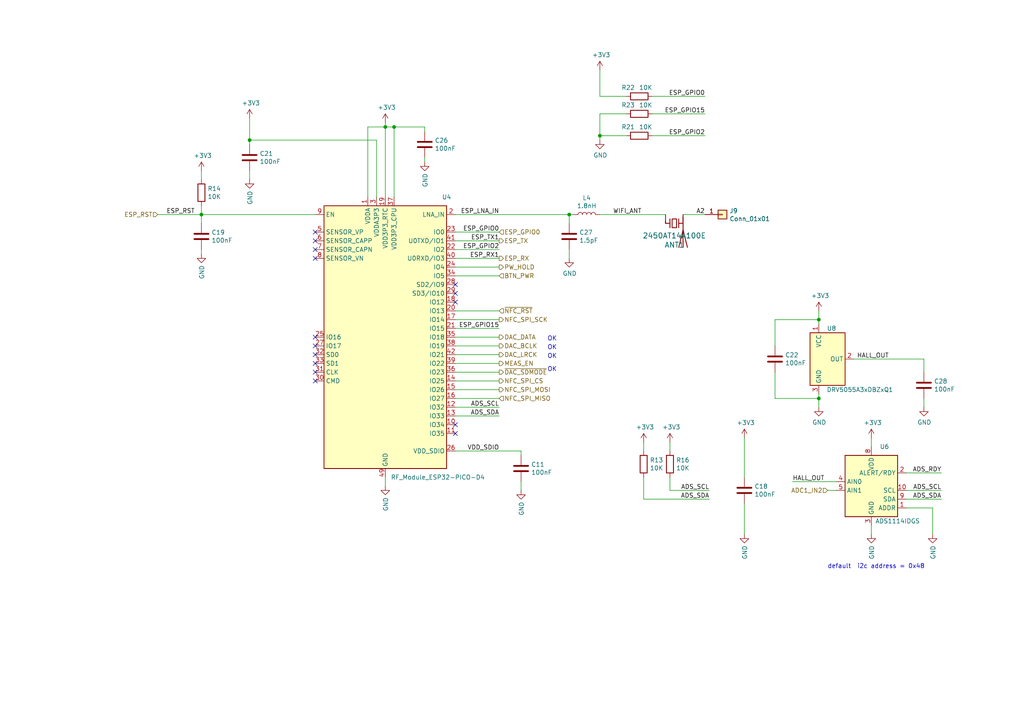
<source format=kicad_sch>
(kicad_sch (version 20211123) (generator eeschema)
  (paper "A4")
  (lib_symbols
    (symbol "Analog_ADC:ADS1114IDGS"
      (property "Reference" "U" (at 2.54 13.97 0))
      (property "Value" "ADS1114IDGS" (at 7.62 11.43 0))
      (symbol "ADS1114IDGS_0_1"
        (rectangle (start -7.62 10.16) (end 7.62 -7.62) (stroke (width 0.254)) (fill (type background)))
      )
      (symbol "ADS1114IDGS_1_1"
        (pin input line (at 10.16 -5.08 180) (length 2.54) (name "ADDR") (number "1"))
        (pin input line (at 10.16 0 180) (length 2.54) (name "SCL") (number "10"))
        (pin output line (at 10.16 5.08 180) (length 2.54) (name "ALERT/RDY") (number "2"))
        (pin power_in line (at 0 -10.16 90) (length 2.54) (name "GND") (number "3"))
        (pin input line (at -10.16 2.54 0) (length 2.54) (name "AIN0") (number "4"))
        (pin input line (at -10.16 0 0) (length 2.54) (name "AIN1") (number "5"))
        (pin no_connect line (at -7.62 7.62 0) (length 2.54) hide (name "~") (number "6"))
        (pin no_connect line (at -7.62 5.08 0) (length 2.54) hide (name "~") (number "7"))
        (pin power_in line (at 0 12.7 270) (length 2.54) (name "VDD") (number "8"))
        (pin bidirectional line (at 10.16 -2.54 180) (length 2.54) (name "SDA") (number "9"))
      )
    )
    (symbol "Connector_Generic:Conn_01x01" (pin_names (offset 1.016) hide)
      (property "Reference" "J" (at 0 2.54 0))
      (property "Value" "Conn_01x01" (at 0 -2.54 0))
      (symbol "Conn_01x01_1_1"
        (rectangle (start -1.27 0.127) (end 0 -0.127) (stroke (width 0.1524)))
        (rectangle (start -1.27 1.27) (end 1.27 -1.27) (stroke (width 0.254)) (fill (type background)))
        (pin passive line (at -5.08 0 0) (length 3.81) (name "Pin_1") (number "1"))
      )
    )
    (symbol "Device:Antenna_Chip" (pin_numbers hide) (pin_names (offset 1.016) hide)
      (property "Reference" "AE" (at 0 5.08 0))
      (property "Value" "Antenna_Chip" (at 0 3.175 0))
      (symbol "Antenna_Chip_0_1"
        (polyline (pts (xy -2.54 0) (xy -2.54 -0.635)) (stroke (width 0.254)))
        (polyline (pts (xy -2.54 0) (xy -1.27 0)) (stroke (width 0.254)))
        (polyline (pts (xy 1.27 0) (xy 2.54 0)) (stroke (width 0.254)))
        (polyline (pts (xy 1.27 1.27) (xy 1.27 -1.27)) (stroke (width 0.254)))
        (polyline (pts (xy 2.54 -0.635) (xy 2.54 0)))
        (polyline (pts (xy 2.54 6.985) (xy 2.54 -1.905)) (stroke (width 0.254)))
        (polyline (pts (xy -1.27 1.27) (xy -1.27 -1.27) (xy -1.27 0)) (stroke (width 0.254)))
        (polyline (pts (xy 3.81 6.985) (xy 2.54 1.905) (xy 1.27 6.985)) (stroke (width 0.254)))
        (polyline (pts (xy -0.635 1.27) (xy 0.635 1.27) (xy 0.635 -1.27) (xy -0.635 -1.27) (xy -0.635 1.27)) (stroke (width 0.254)))
      )
      (symbol "Antenna_Chip_1_1"
        (pin input line (at -2.54 -2.54 90) (length 2.54) (name "FEED") (number "1"))
        (pin passive line (at 2.54 -2.54 90) (length 2.54) (name "PCB_Trace") (number "2"))
      )
    )
    (symbol "Device:C" (pin_numbers hide) (pin_names (offset 0.254))
      (property "Reference" "C" (at 0.635 2.54 0))
      (property "Value" "C" (at 0.635 -2.54 0))
      (symbol "C_0_1"
        (polyline (pts (xy -2.032 -0.762) (xy 2.032 -0.762)) (stroke (width 0.508)))
        (polyline (pts (xy -2.032 0.762) (xy 2.032 0.762)) (stroke (width 0.508)))
      )
      (symbol "C_1_1"
        (pin passive line (at 0 3.81 270) (length 2.794) (name "~") (number "1"))
        (pin passive line (at 0 -3.81 90) (length 2.794) (name "~") (number "2"))
      )
    )
    (symbol "Device:L" (pin_numbers hide) (pin_names (offset 1.016) hide)
      (property "Reference" "L" (at -1.27 0 90))
      (property "Value" "L" (at 1.905 0 90))
      (symbol "L_0_1"
        (arc (start 0 -2.54) (mid 0.635 -1.905) (end 0 -1.27))
        (arc (start 0 -1.27) (mid 0.635 -0.635) (end 0 0))
        (arc (start 0 0) (mid 0.635 0.635) (end 0 1.27))
        (arc (start 0 1.27) (mid 0.635 1.905) (end 0 2.54))
      )
      (symbol "L_1_1"
        (pin passive line (at 0 3.81 270) (length 1.27) (name "1") (number "1"))
        (pin passive line (at 0 -3.81 90) (length 1.27) (name "2") (number "2"))
      )
    )
    (symbol "Device:R" (pin_numbers hide) (pin_names (offset 0))
      (property "Reference" "R" (at 2.032 0 90))
      (property "Value" "R" (at 0 0 90))
      (symbol "R_0_1"
        (rectangle (start -1.016 -2.54) (end 1.016 2.54) (stroke (width 0.254)))
      )
      (symbol "R_1_1"
        (pin passive line (at 0 3.81 270) (length 1.27) (name "~") (number "1"))
        (pin passive line (at 0 -3.81 90) (length 1.27) (name "~") (number "2"))
      )
    )
    (symbol "RF_Module:ESP32-PICO-D4_update"
      (property "Reference" "U" (at -17.78 39.37 0))
      (property "Value" "RF_Module_ESP32-PICO-D4_update" (at 3.81 39.37 0))
      (symbol "ESP32-PICO-D4_update_0_0"
        (pin power_in line (at -5.08 40.64 270) (length 2.54) (name "VDDA") (number "1"))
        (pin input line (at 20.32 -25.4 180) (length 2.54) (name "IO34") (number "10"))
        (pin input line (at 20.32 -27.94 180) (length 2.54) (name "IO35") (number "11"))
        (pin bidirectional line (at 20.32 -20.32 180) (length 2.54) (name "IO32") (number "12"))
        (pin bidirectional line (at 20.32 -22.86 180) (length 2.54) (name "IO33") (number "13"))
        (pin bidirectional line (at 20.32 -12.7 180) (length 2.54) (name "IO25") (number "14"))
        (pin bidirectional line (at 20.32 -15.24 180) (length 2.54) (name "IO26") (number "15"))
        (pin bidirectional line (at 20.32 -17.78 180) (length 2.54) (name "IO27") (number "16"))
        (pin bidirectional line (at 20.32 5.08 180) (length 2.54) (name "IO14") (number "17"))
        (pin bidirectional line (at 20.32 10.16 180) (length 2.54) (name "IO12") (number "18"))
        (pin power_in line (at 0 40.64 270) (length 2.54) (name "VDD3P3_RTC") (number "19"))
        (pin bidirectional line (at 20.32 35.56 180) (length 2.54) (name "LNA_IN") (number "2"))
        (pin bidirectional line (at 20.32 7.62 180) (length 2.54) (name "IO13") (number "20"))
        (pin bidirectional line (at 20.32 2.54 180) (length 2.54) (name "IO15") (number "21"))
        (pin bidirectional line (at 20.32 25.4 180) (length 2.54) (name "IO2") (number "22"))
        (pin bidirectional line (at 20.32 30.48 180) (length 2.54) (name "IO0") (number "23"))
        (pin bidirectional line (at 20.32 20.32 180) (length 2.54) (name "IO4") (number "24"))
        (pin bidirectional line (at -20.32 0 0) (length 2.54) (name "IO16") (number "25"))
        (pin power_out line (at 20.32 -33.02 180) (length 2.54) (name "VDD_SDIO") (number "26"))
        (pin bidirectional line (at -20.32 -2.54 0) (length 2.54) (name "IO17") (number "27"))
        (pin bidirectional line (at 20.32 15.24 180) (length 2.54) (name "SD2/IO9") (number "28"))
        (pin bidirectional line (at 20.32 12.7 180) (length 2.54) (name "SD3/IO10") (number "29"))
        (pin power_in line (at -2.54 40.64 270) (length 2.54) (name "VDDA3P3") (number "3"))
        (pin bidirectional line (at -20.32 -12.7 0) (length 2.54) (name "CMD") (number "30"))
        (pin bidirectional line (at -20.32 -10.16 0) (length 2.54) (name "CLK") (number "31"))
        (pin bidirectional line (at -20.32 -5.08 0) (length 2.54) (name "SD0") (number "32"))
        (pin bidirectional line (at -20.32 -7.62 0) (length 2.54) (name "SD1") (number "33"))
        (pin bidirectional line (at 20.32 17.78 180) (length 2.54) (name "IO5") (number "34"))
        (pin bidirectional line (at 20.32 0 180) (length 2.54) (name "IO18") (number "35"))
        (pin bidirectional line (at 20.32 -10.16 180) (length 2.54) (name "IO23") (number "36"))
        (pin power_in line (at 2.54 40.64 270) (length 2.54) (name "VDD3P3_CPU") (number "37"))
        (pin bidirectional line (at 20.32 -2.54 180) (length 2.54) (name "IO19") (number "38"))
        (pin bidirectional line (at 20.32 -7.62 180) (length 2.54) (name "IO22") (number "39"))
        (pin passive line (at -2.54 40.64 270) (length 2.54) hide (name "VDDA3P3") (number "4"))
        (pin bidirectional line (at 20.32 22.86 180) (length 2.54) (name "U0RXD/IO3") (number "40"))
        (pin bidirectional line (at 20.32 27.94 180) (length 2.54) (name "U0TXD/IO1") (number "41"))
        (pin bidirectional line (at 20.32 -5.08 180) (length 2.54) (name "IO21") (number "42"))
        (pin passive line (at -5.08 40.64 270) (length 2.54) hide (name "VDDA") (number "43"))
        (pin no_connect line (at -17.78 -25.4 0) (length 2.54) hide (name "XTAL_N_NC") (number "44"))
        (pin no_connect line (at -17.78 -27.94 0) (length 2.54) hide (name "XTAL_P_NC") (number "45"))
        (pin passive line (at -5.08 40.64 270) (length 2.54) hide (name "VDDA") (number "46"))
        (pin no_connect line (at -17.78 -30.48 0) (length 2.54) hide (name "CAP2_NC") (number "47"))
        (pin no_connect line (at -17.78 -33.02 0) (length 2.54) hide (name "CAP1_NC") (number "48"))
        (pin power_in line (at 0 -40.64 90) (length 2.54) (name "GND") (number "49"))
        (pin input line (at -20.32 30.48 0) (length 2.54) (name "SENSOR_VP") (number "5"))
        (pin input line (at -20.32 27.94 0) (length 2.54) (name "SENSOR_CAPP") (number "6"))
        (pin input line (at -20.32 25.4 0) (length 2.54) (name "SENSOR_CAPN") (number "7"))
        (pin input line (at -20.32 22.86 0) (length 2.54) (name "SENSOR_VN") (number "8"))
        (pin input line (at -20.32 35.56 0) (length 2.54) (name "EN") (number "9"))
      )
      (symbol "ESP32-PICO-D4_update_0_1"
        (rectangle (start -17.78 38.1) (end 17.78 -38.1) (stroke (width 0.254)) (fill (type background)))
      )
    )
    (symbol "Sensor_Magnetic:DRV5055A3xDBZxQ1"
      (property "Reference" "U" (at 2.54 12.7 0))
      (property "Value" "DRV5055A3xDBZxQ1" (at 2.54 10.16 0))
      (symbol "DRV5055A3xDBZxQ1_1_1"
        (rectangle (start -5.08 7.62) (end 5.08 -7.62) (stroke (width 0.254)) (fill (type background)))
        (pin power_in line (at -2.54 10.16 270) (length 2.54) (name "VCC") (number "1"))
        (pin output line (at 7.62 0 180) (length 2.54) (name "OUT") (number "2"))
        (pin power_in line (at -2.54 -10.16 90) (length 2.54) (name "GND") (number "3"))
      )
    )
    (symbol "power:+3V3" (power) (pin_names (offset 0))
      (property "Value" "+3V3" (at 0 3.556 0))
      (symbol "+3V3_0_1"
        (polyline (pts (xy -0.762 1.27) (xy 0 2.54)))
        (polyline (pts (xy 0 0) (xy 0 2.54)))
        (polyline (pts (xy 0 2.54) (xy 0.762 1.27)))
      )
      (symbol "+3V3_1_1"
        (pin power_in line (at 0 0 90) (length 0) hide (name "+3V3") (number "1"))
      )
    )
    (symbol "power:GND" (power) (pin_names (offset 0))
      (property "Value" "GND" (at 0 -3.81 0))
      (symbol "GND_0_1"
        (polyline (pts (xy 0 0) (xy 0 -1.27) (xy 1.27 -1.27) (xy 0 -2.54) (xy -1.27 -1.27) (xy 0 -1.27)))
      )
      (symbol "GND_1_1"
        (pin power_in line (at 0 0 270) (length 0) hide (name "GND") (number "1"))
      )
    )
  )
  (junction (at 111.76 36.83))
  (junction (at 72.39 40.64))
  (junction (at 237.49 115.57))
  (junction (at 173.99 39.37))
  (junction (at 237.49 92.71))
  (junction (at 114.3 36.83))
  (junction (at 58.42 62.23))
  (junction (at 165.1 62.23))
  (no_connect (at 91.44 97.79))
  (no_connect (at 91.44 69.85))
  (no_connect (at 91.44 105.41))
  (no_connect (at 91.44 67.31))
  (no_connect (at 91.44 102.87))
  (no_connect (at 91.44 100.33))
  (no_connect (at 132.08 87.63))
  (no_connect (at 132.08 85.09))
  (no_connect (at 91.44 110.49))
  (no_connect (at 91.44 107.95))
  (no_connect (at 132.08 125.73))
  (no_connect (at 91.44 74.93))
  (no_connect (at 132.08 123.19))
  (no_connect (at 91.44 72.39))
  (no_connect (at 132.08 82.55))
  (wire (pts (xy 144.78 69.85) (xy 132.08 69.85)))
  (wire (pts (xy 205.74 142.24) (xy 194.31 142.24)))
  (wire (pts (xy 224.79 115.57) (xy 237.49 115.57)))
  (wire (pts (xy 132.08 67.31) (xy 144.78 67.31)))
  (wire (pts (xy 106.68 57.15) (xy 106.68 36.83)))
  (wire (pts (xy 194.31 128.27) (xy 194.31 130.81)))
  (wire (pts (xy 45.72 62.23) (xy 58.42 62.23)))
  (wire (pts (xy 144.78 120.65) (xy 132.08 120.65)))
  (wire (pts (xy 215.9 154.94) (xy 215.9 146.05)))
  (wire (pts (xy 58.42 59.69) (xy 58.42 62.23)))
  (wire (pts (xy 132.08 72.39) (xy 144.78 72.39)))
  (wire (pts (xy 205.74 144.78) (xy 186.69 144.78)))
  (wire (pts (xy 109.22 40.64) (xy 109.22 57.15)))
  (wire (pts (xy 58.42 73.66) (xy 58.42 72.39)))
  (wire (pts (xy 237.49 92.71) (xy 224.79 92.71)))
  (wire (pts (xy 237.49 90.17) (xy 237.49 92.71)))
  (wire (pts (xy 144.78 113.03) (xy 132.08 113.03)))
  (wire (pts (xy 111.76 36.83) (xy 111.76 57.15)))
  (wire (pts (xy 270.51 147.32) (xy 262.89 147.32)))
  (wire (pts (xy 144.78 118.11) (xy 132.08 118.11)))
  (wire (pts (xy 72.39 34.29) (xy 72.39 40.64)))
  (wire (pts (xy 237.49 114.3) (xy 237.49 115.57)))
  (wire (pts (xy 252.73 127) (xy 252.73 129.54)))
  (wire (pts (xy 270.51 154.94) (xy 270.51 147.32)))
  (wire (pts (xy 273.05 144.78) (xy 262.89 144.78)))
  (wire (pts (xy 273.05 142.24) (xy 262.89 142.24)))
  (wire (pts (xy 72.39 52.07) (xy 72.39 49.53)))
  (wire (pts (xy 165.1 74.93) (xy 165.1 72.39)))
  (wire (pts (xy 123.19 46.99) (xy 123.19 45.72)))
  (wire (pts (xy 144.78 102.87) (xy 132.08 102.87)))
  (wire (pts (xy 252.73 154.94) (xy 252.73 152.4)))
  (wire (pts (xy 58.42 64.77) (xy 58.42 62.23)))
  (wire (pts (xy 144.78 115.57) (xy 132.08 115.57)))
  (wire (pts (xy 144.78 74.93) (xy 132.08 74.93)))
  (wire (pts (xy 247.65 104.14) (xy 267.97 104.14)))
  (wire (pts (xy 165.1 64.77) (xy 165.1 62.23)))
  (wire (pts (xy 72.39 40.64) (xy 109.22 40.64)))
  (wire (pts (xy 181.61 39.37) (xy 173.99 39.37)))
  (wire (pts (xy 111.76 140.97) (xy 111.76 138.43)))
  (wire (pts (xy 144.78 107.95) (xy 132.08 107.95)))
  (wire (pts (xy 151.13 132.08) (xy 151.13 130.81)))
  (wire (pts (xy 186.69 144.78) (xy 186.69 138.43)))
  (wire (pts (xy 181.61 27.94) (xy 173.99 27.94)))
  (wire (pts (xy 72.39 41.91) (xy 72.39 40.64)))
  (wire (pts (xy 166.37 62.23) (xy 165.1 62.23)))
  (wire (pts (xy 123.19 38.1) (xy 123.19 36.83)))
  (wire (pts (xy 267.97 107.95) (xy 267.97 104.14)))
  (wire (pts (xy 144.78 95.25) (xy 132.08 95.25)))
  (wire (pts (xy 165.1 62.23) (xy 132.08 62.23)))
  (wire (pts (xy 267.97 118.11) (xy 267.97 115.57)))
  (wire (pts (xy 204.47 27.94) (xy 189.23 27.94)))
  (wire (pts (xy 237.49 115.57) (xy 237.49 118.11)))
  (wire (pts (xy 173.99 39.37) (xy 173.99 33.02)))
  (wire (pts (xy 229.87 139.7) (xy 242.57 139.7)))
  (wire (pts (xy 144.78 92.71) (xy 132.08 92.71)))
  (wire (pts (xy 58.42 49.53) (xy 58.42 52.07)))
  (wire (pts (xy 132.08 130.81) (xy 151.13 130.81)))
  (wire (pts (xy 114.3 36.83) (xy 111.76 36.83)))
  (wire (pts (xy 144.78 105.41) (xy 132.08 105.41)))
  (wire (pts (xy 224.79 92.71) (xy 224.79 100.33)))
  (wire (pts (xy 240.03 142.24) (xy 242.57 142.24)))
  (wire (pts (xy 151.13 142.24) (xy 151.13 139.7)))
  (wire (pts (xy 114.3 57.15) (xy 114.3 36.83)))
  (wire (pts (xy 144.78 97.79) (xy 132.08 97.79)))
  (wire (pts (xy 173.99 33.02) (xy 181.61 33.02)))
  (wire (pts (xy 194.31 142.24) (xy 194.31 138.43)))
  (wire (pts (xy 144.78 110.49) (xy 132.08 110.49)))
  (wire (pts (xy 173.99 62.23) (xy 193.04 62.23)))
  (wire (pts (xy 58.42 62.23) (xy 91.44 62.23)))
  (wire (pts (xy 123.19 36.83) (xy 114.3 36.83)))
  (wire (pts (xy 173.99 40.64) (xy 173.99 39.37)))
  (wire (pts (xy 237.49 92.71) (xy 237.49 93.98)))
  (wire (pts (xy 132.08 77.47) (xy 144.78 77.47)))
  (wire (pts (xy 198.12 62.23) (xy 204.47 62.23)))
  (wire (pts (xy 189.23 33.02) (xy 204.47 33.02)))
  (wire (pts (xy 144.78 80.01) (xy 132.08 80.01)))
  (wire (pts (xy 144.78 90.17) (xy 132.08 90.17)))
  (wire (pts (xy 186.69 128.27) (xy 186.69 130.81)))
  (wire (pts (xy 144.78 100.33) (xy 132.08 100.33)))
  (wire (pts (xy 111.76 35.56) (xy 111.76 36.83)))
  (wire (pts (xy 106.68 36.83) (xy 111.76 36.83)))
  (wire (pts (xy 173.99 20.32) (xy 173.99 27.94)))
  (wire (pts (xy 215.9 127) (xy 215.9 138.43)))
  (wire (pts (xy 273.05 137.16) (xy 262.89 137.16)))
  (wire (pts (xy 204.47 39.37) (xy 189.23 39.37)))
  (wire (pts (xy 224.79 107.95) (xy 224.79 115.57)))
  (text "default  i2c address = 0x48" (at 240.03 165.1 0) (effects (font (size 1.27 1.27)) (justify left bottom)))
  (text "OK" (at 158.75 101.6 0) (effects (font (size 1.27 1.27)) (justify left bottom)))
  (text "OK" (at 158.75 104.14 0) (effects (font (size 1.27 1.27)) (justify left bottom)))
  (text "OK" (at 158.75 107.95 0) (effects (font (size 1.27 1.27)) (justify left bottom)))
  (text "OK" (at 158.75 99.06 0) (effects (font (size 1.27 1.27)) (justify left bottom)))
  (label "ESP_GPIO2" (at 204.47 39.37 180))
  (label "ESP_LNA_IN" (at 144.78 62.23 180))
  (label "A2" (at 201.93 62.23 0))
  (label "ADS_SDA" (at 273.05 144.78 180))
  (label "HALL_OUT" (at 257.81 104.14 180))
  (label "ESP_GPIO0" (at 204.47 27.94 180))
  (label "WIFI_ANT" (at 177.8 62.23 0))
  (label "ADS_SCL" (at 273.05 142.24 180))
  (label "ADS_SCL" (at 205.74 142.24 180))
  (label "ESP_GPIO2" (at 144.78 72.39 180))
  (label "ESP_RST" (at 48.26 62.23 0))
  (label "ESP_GPIO15" (at 144.78 95.25 180))
  (label "VDD_SDIO" (at 144.78 130.81 180))
  (label "ESP_GPIO0" (at 144.78 67.31 180))
  (label "ADS_SDA" (at 144.78 120.65 180))
  (label "ESP_RX1" (at 144.78 74.93 180))
  (label "ADS_RDY" (at 273.05 137.16 180))
  (label "ESP_GPIO15" (at 204.47 33.02 180))
  (label "ADS_SDA" (at 205.74 144.78 180))
  (label "ADS_SCL" (at 144.78 118.11 180))
  (label "HALL_OUT" (at 229.87 139.7 0))
  (label "ESP_TX1" (at 144.78 69.85 180))
  (hierarchical_label "ESP_RST" (shape input) (at 45.72 62.23 180))
  (hierarchical_label "NFC_SPI_CS" (shape output) (at 144.78 110.49 0))
  (hierarchical_label "DAC_BCLK" (shape output) (at 144.78 100.33 0))
  (hierarchical_label "ADC1_IN2" (shape input) (at 240.03 142.24 180))
  (hierarchical_label "ESP_GPIO0" (shape input) (at 144.78 67.31 0))
  (hierarchical_label "DAC_DATA" (shape output) (at 144.78 97.79 0))
  (hierarchical_label "NFC_SPI_SCK" (shape output) (at 144.78 92.71 0))
  (hierarchical_label "NFC_SPI_MOSI" (shape output) (at 144.78 113.03 0))
  (hierarchical_label "ESP_TX" (shape output) (at 144.78 69.85 0))
  (hierarchical_label "PW_HOLD" (shape output) (at 144.78 77.47 0))
  (hierarchical_label "~{DAC_SDMODE}" (shape output) (at 144.78 107.95 0))
  (hierarchical_label "BTN_PWR" (shape input) (at 144.78 80.01 0))
  (hierarchical_label "NFC_SPI_MISO" (shape input) (at 144.78 115.57 0))
  (hierarchical_label "~{NFC_RST}" (shape input) (at 144.78 90.17 0))
  (hierarchical_label "ESP_RX" (shape output) (at 144.78 74.93 0))
  (hierarchical_label "DAC_LRCK" (shape output) (at 144.78 102.87 0))
  (hierarchical_label "MEAS_EN" (shape output) (at 144.78 105.41 0))
  (symbol (lib_id "Sensor_Magnetic:DRV5055A3xDBZxQ1") (at 240.03 104.14 0) (unit 1)
    (property "Reference" "U8" (at 242.57 95.25 0) (effects (justify right)))
    (property "Value" "DRV5055A3xDBZxQ1" (at 259.08 113.03 0) (effects (justify right)))
    (property "Footprint" "Package_TO_SOT_SMD:SOT-23" (effects hide))
    (property "Datasheet" "https://www.ti.com/lit/ds/symlink/drv5055-q1.pdf" (effects hide))
    (property "MPN" "DRV5055" (effects hide))
    (property "Manufacturer" "TI" (effects hide))
    (property "ordercode" "3008999" (effects hide))
    (property "supplier" "farnell" (effects hide))
  )
  (symbol (lib_id "power:+3V3") (at 237.49 90.17 0) (unit 1)
    (property "Reference" "#PWR0137" (effects hide))
    (property "Value" "+3V3" (at 237.871 85.7758 0))
  )
  (symbol (lib_id "power:GND") (at 237.49 118.11 0) (unit 1)
    (property "Reference" "#PWR0138" (effects hide))
    (property "Value" "GND" (at 237.617 122.5042 0))
  )
  (symbol (lib_id "Device:L") (at 170.18 62.23 90) (unit 1)
    (property "Reference" "L4" (at 170.18 57.404 90))
    (property "Value" "1.8nH" (at 170.18 59.7154 90))
    (property "Footprint" "Inductor_SMD:L_0402_1005Metric" (effects hide))
    (property "ordercode" "1865820" (effects hide))
    (property "supplier" "farnell" (effects hide))
  )
  (symbol (lib_id "Device:C") (at 165.1 68.58 0) (unit 1)
    (property "Reference" "C27" (at 168.021 67.4116 0) (effects (justify left)))
    (property "Value" "1.5pF" (at 168.021 69.723 0) (effects (justify left)))
    (property "Footprint" "Capacitor_SMD:C_0402_1005Metric" (effects hide))
    (property "ordercode" "2812055" (effects hide))
    (property "supplier" "farnell" (effects hide))
  )
  (symbol (lib_id "power:GND") (at 165.1 74.93 0) (unit 1)
    (property "Reference" "#PWR0125" (effects hide))
    (property "Value" "GND" (at 165.227 79.3242 0))
  )
  (symbol (lib_id "Device:Antenna_Chip") (at 195.58 64.77 0) (mirror x) (unit 1)
    (property "Reference" "ANT1" (at 195.58 71.0438 0) (effects (font (size 1.524 1.524))))
    (property "Value" "2450AT14A100E" (at 195.58 68.3514 0) (effects (font (size 1.524 1.524))))
    (property "Footprint" "MySymbols:wifi antenna" (effects hide))
    (property "Datasheet" "https://www.johansontechnology.com/datasheets/2450AT18A100/2450AT18A100.pdf" (effects hide))
    (property "Digi-Key_PN" "712-1005-1-ND" (effects hide))
    (property "MPN" "2450AT18A100E" (effects hide))
    (property "Category" "RF/IF and RFID" (effects hide))
    (property "Family" "RF Antennas" (effects hide))
    (property "DK_Datasheet_Link" "https://www.johansontechnology.com/datasheets/2450AT18A100/2450AT18A100.pdf" (effects hide))
    (property "DK_Detail_Page" "/product-detail/en/johanson-technology-inc/2450AT18A100E/712-1005-1-ND/1560834" (effects hide))
    (property "Description" "RF ANT 2.4GHZ CHIP SOLDER SMD" (effects hide))
    (property "Manufacturer" "Johanson Technology Inc." (effects hide))
    (property "Status" "Active" (effects hide))
    (property "ordercode" "https://www.ebay.nl/itm/164779252093" (effects hide))
    (property "supplier" "ebay" (effects hide))
  )
  (symbol (lib_id "power:+3V3") (at 72.39 34.29 0) (unit 1)
    (property "Reference" "#PWR0127" (effects hide))
    (property "Value" "+3V3" (at 72.771 29.8958 0))
  )
  (symbol (lib_id "Device:C") (at 72.39 45.72 0) (unit 1)
    (property "Reference" "C21" (at 75.311 44.5516 0) (effects (justify left)))
    (property "Value" "100nF" (at 75.311 46.863 0) (effects (justify left)))
    (property "Footprint" "Capacitor_SMD:C_0402_1005Metric" (effects hide))
    (property "ordercode" "2524678" (effects hide))
    (property "supplier" "farnell" (effects hide))
  )
  (symbol (lib_id "power:GND") (at 72.39 52.07 0) (unit 1)
    (property "Reference" "#PWR0128" (effects hide))
    (property "Value" "GND" (at 72.517 55.3212 90) (effects (justify right)))
  )
  (symbol (lib_id "power:+3V3") (at 111.76 35.56 0) (unit 1)
    (property "Reference" "#PWR0130" (effects hide))
    (property "Value" "+3V3" (at 112.141 31.1658 0))
  )
  (symbol (lib_id "Device:C") (at 123.19 41.91 0) (unit 1)
    (property "Reference" "C26" (at 126.111 40.7416 0) (effects (justify left)))
    (property "Value" "100nF" (at 126.111 43.053 0) (effects (justify left)))
    (property "Footprint" "Capacitor_SMD:C_0402_1005Metric" (effects hide))
    (property "ordercode" "2524678" (effects hide))
    (property "supplier" "farnell" (effects hide))
  )
  (symbol (lib_id "power:GND") (at 123.19 46.99 0) (unit 1)
    (property "Reference" "#PWR0136" (effects hide))
    (property "Value" "GND" (at 123.317 50.2412 90) (effects (justify right)))
  )
  (symbol (lib_id "power:GND") (at 111.76 140.97 0) (unit 1)
    (property "Reference" "#PWR0131" (effects hide))
    (property "Value" "GND" (at 111.887 144.2212 90) (effects (justify right)))
  )
  (symbol (lib_id "RF_Module:ESP32-PICO-D4_update") (at 111.76 97.79 0)
    (property "Reference" "U4" (at 129.54 57.15 0))
    (property "Value" "RF_Module_ESP32-PICO-D4" (at 127 138.43 0))
    (property "Footprint" "Package_DFN_QFN:QFN-48-1EP_7x7mm_P0.5mm_EP5.3x5.3mm" (effects hide))
    (property "Manufacturer" "Espressive" (effects hide))
  )
  (symbol (lib_id "Device:R") (at 185.42 39.37 90) (unit 1)
    (property "Reference" "R21" (at 184.15 36.83 90) (effects (justify left)))
    (property "Value" "10K" (at 189.23 36.83 90) (effects (justify left)))
    (property "Footprint" "Resistor_SMD:R_0402_1005Metric" (effects hide))
    (property "StockRef" "R10K_0402" (effects hide))
    (property "ordercode" "2447096" (effects hide))
    (property "supplier" "farnell" (effects hide))
  )
  (symbol (lib_id "Device:R") (at 185.42 27.94 90) (unit 1)
    (property "Reference" "R22" (at 184.15 25.4 90) (effects (justify left)))
    (property "Value" "10K" (at 189.23 25.4 90) (effects (justify left)))
    (property "Footprint" "Resistor_SMD:R_0402_1005Metric" (effects hide))
    (property "StockRef" "R10K_0402" (effects hide))
    (property "ordercode" "2447096" (effects hide))
    (property "supplier" "farnell" (effects hide))
  )
  (symbol (lib_id "Device:R") (at 185.42 33.02 90) (unit 1)
    (property "Reference" "R23" (at 184.15 30.48 90) (effects (justify left)))
    (property "Value" "10K" (at 189.23 30.48 90) (effects (justify left)))
    (property "Footprint" "Resistor_SMD:R_0402_1005Metric" (effects hide))
    (property "StockRef" "R10K_0402" (effects hide))
    (property "ordercode" "2447096" (effects hide))
    (property "supplier" "farnell" (effects hide))
  )
  (symbol (lib_id "power:+3V3") (at 173.99 20.32 0) (unit 1)
    (property "Reference" "#PWR01" (effects hide))
    (property "Value" "+3V3" (at 174.371 15.9258 0))
  )
  (symbol (lib_id "power:GND") (at 173.99 40.64 0) (unit 1)
    (property "Reference" "#PWR02" (effects hide))
    (property "Value" "GND" (at 174.117 45.0342 0))
  )
  (symbol (lib_id "Device:R") (at 58.42 55.88 0) (unit 1)
    (property "Reference" "R14" (at 60.198 54.7116 0) (effects (justify left)))
    (property "Value" "10K" (at 60.198 57.023 0) (effects (justify left)))
    (property "Footprint" "Resistor_SMD:R_0402_1005Metric" (effects hide))
    (property "StockRef" "R10K_0402" (effects hide))
    (property "ordercode" "2447096" (effects hide))
    (property "supplier" "farnell" (effects hide))
  )
  (symbol (lib_id "power:+3V3") (at 58.42 49.53 0) (unit 1)
    (property "Reference" "#PWR0141" (effects hide))
    (property "Value" "+3V3" (at 58.801 45.1358 0))
  )
  (symbol (lib_id "Device:C") (at 58.42 68.58 0) (unit 1)
    (property "Reference" "C19" (at 61.341 67.4116 0) (effects (justify left)))
    (property "Value" "100nF" (at 61.341 69.723 0) (effects (justify left)))
    (property "Footprint" "Capacitor_SMD:C_0402_1005Metric" (effects hide))
    (property "ordercode" "2524678" (effects hide))
    (property "supplier" "farnell" (effects hide))
  )
  (symbol (lib_id "power:GND") (at 58.42 73.66 0) (unit 1)
    (property "Reference" "#PWR0142" (effects hide))
    (property "Value" "GND" (at 58.547 76.9112 90) (effects (justify right)))
  )
  (symbol (lib_id "Connector_Generic:Conn_01x01") (at 209.55 62.23 0) (unit 1)
    (property "Reference" "J9" (at 211.582 61.1632 0) (effects (justify left)))
    (property "Value" "Conn_01x01" (at 211.582 63.4746 0) (effects (justify left)))
    (property "Footprint" "MySymbols:AntennaTrace" (effects hide))
  )
  (symbol (lib_id "Analog_ADC:ADS1114IDGS") (at 252.73 142.24 0) (unit 1)
    (property "Reference" "U6" (at 256.54 129.54 0))
    (property "Value" "ADS1114IDGS" (at 260.35 151.13 0))
    (property "Footprint" "Package_SO:TSSOP-10_3x3mm_P0.5mm" (effects hide))
    (property "Datasheet" "http://www.ti.com/lit/ds/symlink/ads1113.pdf" (effects hide))
  )
  (symbol (lib_id "Device:C") (at 151.13 135.89 0) (unit 1)
    (property "Reference" "C11" (at 154.051 134.7216 0) (effects (justify left)))
    (property "Value" "100nF" (at 154.051 137.033 0) (effects (justify left)))
    (property "Footprint" "Capacitor_SMD:C_0402_1005Metric" (effects hide))
    (property "ordercode" "2524678" (effects hide))
    (property "supplier" "farnell" (effects hide))
  )
  (symbol (lib_id "power:GND") (at 151.13 142.24 0) (unit 1)
    (property "Reference" "#PWR0129" (effects hide))
    (property "Value" "GND" (at 151.257 145.4912 90) (effects (justify right)))
  )
  (symbol (lib_id "power:+3V3") (at 252.73 127 0) (unit 1)
    (property "Reference" "#PWR05" (effects hide))
    (property "Value" "+3V3" (at 253.111 122.6058 0))
  )
  (symbol (lib_id "power:GND") (at 252.73 154.94 0) (unit 1)
    (property "Reference" "#PWR06" (effects hide))
    (property "Value" "GND" (at 252.857 158.1912 90) (effects (justify right)))
  )
  (symbol (lib_id "power:GND") (at 270.51 154.94 0) (unit 1)
    (property "Reference" "#PWR07" (effects hide))
    (property "Value" "GND" (at 270.637 158.1912 90) (effects (justify right)))
  )
  (symbol (lib_id "Device:C") (at 215.9 142.24 0) (unit 1)
    (property "Reference" "C18" (at 218.821 141.0716 0) (effects (justify left)))
    (property "Value" "100nF" (at 218.821 143.383 0) (effects (justify left)))
    (property "Footprint" "Capacitor_SMD:C_0402_1005Metric" (effects hide))
    (property "ordercode" "2524678" (effects hide))
    (property "supplier" "farnell" (effects hide))
  )
  (symbol (lib_id "power:+3V3") (at 215.9 127 0) (unit 1)
    (property "Reference" "#PWR03" (effects hide))
    (property "Value" "+3V3" (at 216.281 122.6058 0))
  )
  (symbol (lib_id "power:GND") (at 215.9 154.94 0) (unit 1)
    (property "Reference" "#PWR04" (effects hide))
    (property "Value" "GND" (at 216.027 158.1912 90) (effects (justify right)))
  )
  (symbol (lib_id "Device:C") (at 224.79 104.14 0) (unit 1)
    (property "Reference" "C22" (at 227.711 102.9716 0) (effects (justify left)))
    (property "Value" "100nF" (at 227.711 105.283 0) (effects (justify left)))
    (property "Footprint" "Capacitor_SMD:C_0402_1005Metric" (effects hide))
    (property "ordercode" "2524678" (effects hide))
    (property "supplier" "farnell" (effects hide))
  )
  (symbol (lib_id "Device:C") (at 267.97 111.76 0) (unit 1)
    (property "Reference" "C28" (at 270.891 110.5916 0) (effects (justify left)))
    (property "Value" "100nF" (at 270.891 112.903 0) (effects (justify left)))
    (property "Footprint" "Capacitor_SMD:C_0402_1005Metric" (effects hide))
    (property "ordercode" "2524678" (effects hide))
    (property "supplier" "farnell" (effects hide))
  )
  (symbol (lib_id "power:GND") (at 267.97 118.11 0) (unit 1)
    (property "Reference" "#PWR08" (effects hide))
    (property "Value" "GND" (at 268.097 122.5042 0))
  )
  (symbol (lib_id "Device:R") (at 186.69 134.62 0) (unit 1)
    (property "Reference" "R13" (at 188.468 133.4516 0) (effects (justify left)))
    (property "Value" "10K" (at 188.468 135.763 0) (effects (justify left)))
    (property "Footprint" "Resistor_SMD:R_0402_1005Metric" (effects hide))
    (property "StockRef" "R10K_0402" (effects hide))
    (property "ordercode" "2447096" (effects hide))
    (property "supplier" "farnell" (effects hide))
  )
  (symbol (lib_id "Device:R") (at 194.31 134.62 0) (unit 1)
    (property "Reference" "R16" (at 196.088 133.4516 0) (effects (justify left)))
    (property "Value" "10K" (at 196.088 135.763 0) (effects (justify left)))
    (property "Footprint" "Resistor_SMD:R_0402_1005Metric" (effects hide))
    (property "StockRef" "R10K_0402" (effects hide))
    (property "ordercode" "2447096" (effects hide))
    (property "supplier" "farnell" (effects hide))
  )
  (symbol (lib_id "power:+3V3") (at 186.69 128.27 0) (unit 1)
    (property "Reference" "#PWR09" (effects hide))
    (property "Value" "+3V3" (at 187.071 123.8758 0))
  )
  (symbol (lib_id "power:+3V3") (at 194.31 128.27 0) (unit 1)
    (property "Reference" "#PWR010" (effects hide))
    (property "Value" "+3V3" (at 194.691 123.8758 0))
  )
)
</source>
